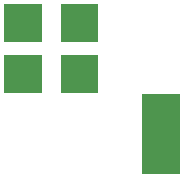
<source format=gbr>
G04 start of page 11 for group -4014 idx -4014 *
G04 Title: simple, bottompaste *
G04 Creator: pcb 20140316 *
G04 CreationDate: Fri 07 Dec 2018 12:57:29 AM GMT UTC *
G04 For: brian *
G04 Format: Gerber/RS-274X *
G04 PCB-Dimensions (mil): 6000.00 5000.00 *
G04 PCB-Coordinate-Origin: lower left *
%MOIN*%
%FSLAX25Y25*%
%LNBOTTOMPASTE*%
%ADD66R,0.1250X0.1250*%
%ADD65C,0.0001*%
G54D65*G36*
X349125Y383750D02*Y371250D01*
X361625D01*
Y383750D01*
X349125D01*
G37*
G36*
X330375D02*Y371250D01*
X342875D01*
Y383750D01*
X330375D01*
G37*
G36*
X349125Y400750D02*Y388250D01*
X361625D01*
Y400750D01*
X349125D01*
G37*
G36*
X330375D02*Y388250D01*
X342875D01*
Y400750D01*
X330375D01*
G37*
G54D66*X382500Y364500D02*Y350500D01*
M02*

</source>
